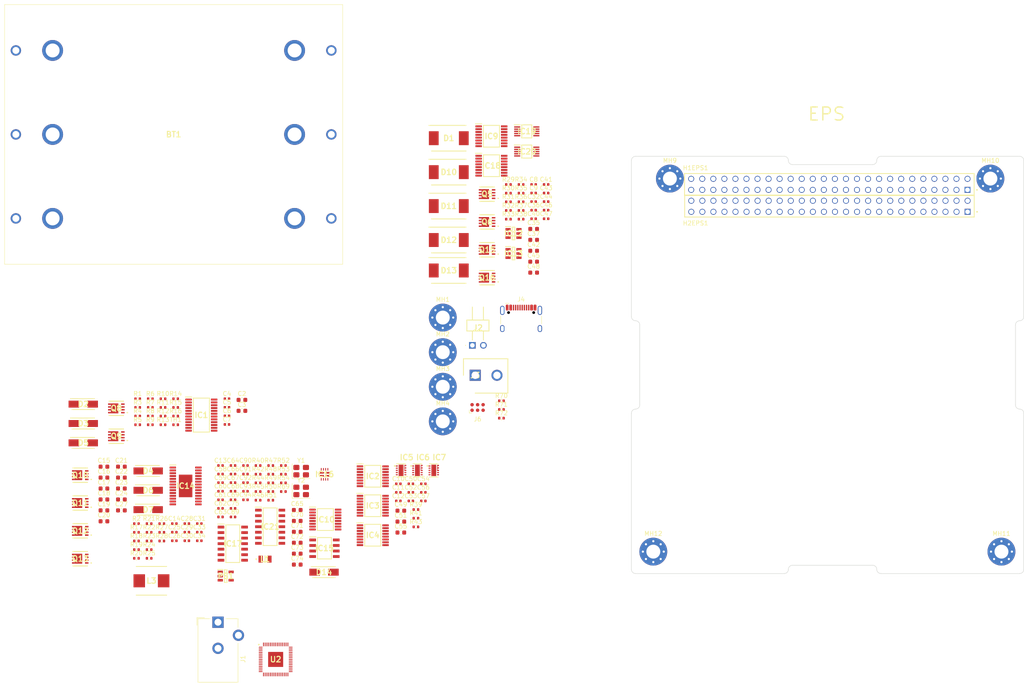
<source format=kicad_pcb>
(kicad_pcb (version 20241229) (generator "pcbnew") (generator_version "9.0")
  (title_block (title "HEDGE 2") (date "2025-06-29") (rev "V0.8") (company "University of Virginia") (comment 1 "Department of Mechanical and Aerospace Engineering"))
  (layers (0 "F.Cu" mixed) (4 "In1.Cu" mixed) (6 "In2.Cu" mixed) (2 "B.Cu" mixed) (13 "F.Paste" user) (15 "B.Paste" user) (5 "F.SilkS" user "F.Silkscreen") (7 "B.SilkS" user "B.Silkscreen") (1 "F.Mask" user) (3 "B.Mask" user) (25 "Edge.Cuts" user))
  (net 0 "")
  (net 1 "GND")
  (net 52 "Net-(IC1-VDD)")
  (net 53 "+BATT")
  (net 54 "Net-(IC1-AVDD)")
  (net 55 "Net-(IC1-VC2)")
  (net 56 "Net-(IC1-VC3)")
  (net 57 "Net-(IC1-VC1)")
  (net 59 "Net-(IC1-VC0)")
  (net 60 "+3V3")
  (net 61 "Net-(IC14-VIN)")
  (net 62 "+BUCK_BOOST")
  (net 63 "+5V_BUCK_BOOST")
  (net 64 "/Power Conversion/BIAS")
  (net 65 "Net-(D4-K)")
  (net 66 "/Power Conversion/SW2")
  (net 67 "/Power Conversion/VCC")
  (net 68 "/Power Conversion/SW1")
  (net 69 "Net-(D7-K)")
  (net 70 "Net-(IC14-CS)")
  (net 71 "Net-(IC14-CSG)")
  (net 72 "Net-(IC14-SS)")
  (net 73 "Net-(IC14-COMP)")
  (net 74 "Net-(C31-Pad2)")
  (net 75 "-BATT_IN")
  (net 76 "Net-(IC14-SLOPE)")
  (net 77 "Net-(IC12-VCAP)")
  (net 78 "-BENCH_IN")
  (net 79 "Net-(IC13-VCAP)")
  (net 80 "+BATT_INT")
  (net 81 "Net-(IC19-TIMER)")
  (net 82 "Net-(IC20-TIMER)")
  (net 83 "+BATT_IN")
  (net 84 "+5V_OBC_IN")
  (net 85 "Net-(IC5-CT)")
  (net 86 "Net-(IC6-CT)")
  (net 87 "+COMMS_IN")
  (net 88 "Net-(IC7-CT)")
  (net 89 "+SCI_IN")
  (net 90 "3V3")
  (net 91 "1V1")
  (net 92 "Net-(U2-XIN)")
  (net 93 "Net-(C69-Pad2)")
  (net 94 "Net-(U2-VREG_AVDD)")
  (net 95 "-EPS_5V")
  (net 96 "Net-(IC16-SS)")
  (net 97 "Net-(C89-Pad1)")
  (net 98 "Net-(IC21-OSC2)")
  (net 99 "Net-(IC21-OSC1)")
  (net 100 "Net-(D2-K)")
  (net 101 "Net-(D2-A)")
  (net 102 "Net-(D3-A)")
  (net 103 "Net-(D3-K)")
  (net 104 "Net-(D5-A)")
  (net 105 "Net-(D6-K)")
  (net 106 "Net-(D10-A)")
  (net 107 "Net-(D12-A)")
  (net 108 "Net-(D14-A)")
  (net 109 "Net-(IC1-DSG)")
  (net 112 "Net-(IC1-PRES)")
  (net 113 "Net-(IC1-CHG)")
  (net 114 "Net-(IC1-OCDP)")
  (net 115 "Net-(IC1-TS)")
  (net 117 "Net-(IC1-LD)")
  (net 118 "Net-(IC1-VTB)")
  (net 120 "-5V_OBC_IN")
  (net 121 "SCL")
  (net 123 "SDA")
  (net 124 "-COMMS_IN")
  (net 129 "-SCI_IN")
  (net 131 "Net-(IC5-PG)")
  (net 132 "OBC_EN")
  (net 133 "Net-(IC6-PG)")
  (net 134 "COMMS_EN")
  (net 136 "Net-(IC7-PG)")
  (net 137 "SCI_EN")
  (net 140 "+BENCH_IN")
  (net 142 "+EPS_5V")
  (net 145 "Net-(IC12-GATE)")
  (net 146 "Net-(IC13-GATE)")
  (net 147 "/Power Conversion/FB")
  (net 148 "/Power Conversion/LDRV2")
  (net 149 "Net-(IC14-EN{slash}UVLO)")
  (net 150 "Net-(IC14-MODE)")
  (net 151 "Net-(IC14-PGOOD)")
  (net 152 "/Power Conversion/LDRV1")
  (net 153 "Net-(IC14-RT)")
  (net 154 "/Power Conversion/HDRV1")
  (net 155 "Net-(IC14-VISNS)")
  (net 156 "/Power Conversion/HDRV2")
  (net 157 "/PAY1_B")
  (net 158 "/Control/PAY1_DE")
  (net 159 "/Control/PAY1_RO")
  (net 160 "/Control/PAY1_DI")
  (net 161 "/Control/PAY1_RE")
  (net 162 "/PAY1_A")
  (net 163 "Net-(IC16-ILIM)")
  (net 164 "Net-(IC16-OV2)")
  (net 165 "USB_5V")
  (net 166 "/Control/OV1")
  (net 167 "/CANH1")
  (net 169 "/CANL1")
  (net 170 "/Control/TXCAN")
  (net 172 "/Control/RXCAN")
  (net 178 "Net-(IC19-SENSE)")
  (net 179 "/Power Input/GATE1")
  (net 180 "Net-(IC19-OVP)")
  (net 181 "BOUNCEBATT")
  (net 182 "STATUS1")
  (net 183 "Net-(IC19-UVLO)")
  (net 184 "Net-(IC20-OVP)")
  (net 185 "/Power Input/GATE2")
  (net 186 "BATTEN")
  (net 187 "Net-(IC20-UVLO)")
  (net 188 "Net-(IC20-SENSE)")
  (net 189 "STATUS2")
  (net 190 "/Control/SCK")
  (net 192 "/Control/CAN_CS")
  (net 193 "/Control/MOSI")
  (net 195 "/Control/CAN_INT")
  (net 196 "/Control/MISO")
  (net 198 "/RBF_INHIBIT")
  (net 200 "Net-(J4-CC1)")
  (net 202 "/USB_D-")
  (net 203 "Net-(J4-CC2)")
  (net 204 "/USB_D+")
  (net 205 "/SWDIO")
  (net 207 "SWCLK")
  (net 209 "Net-(U2-VREG_LX)")
  (net 212 "Net-(Q8-G)")
  (net 213 "/Power Conversion/RCS")
  (net 214 "Net-(U2-USB_DP)")
  (net 215 "Net-(U2-USB_DM)")
  (net 216 "Net-(U2-XOUT)")
  (net 217 "Net-(U2-GPIO1)")
  (net 218 "Net-(U2-GPIO2)")
  (net 219 "Net-(U2-RUN)")
  (net 221 "/UART_B_TX")
  (net 222 "/UART_F_TX")
  (net 223 "/CAN_A_H")
  (net 224 "/UART_C_TX")
  (net 225 "/ENA_PWR_4")
  (net 226 "/CAN_B_H")
  (net 227 "/5V_PERM")
  (net 228 "/UART_E_TX")
  (net 229 "/ENA_PWR_1")
  (net 230 "/UART_B_RX")
  (net 231 "/CAN_B_L")
  (net 232 "/PWR_1")
  (net 233 "/ENA_PWR_2")
  (net 234 "/UART_C_RX")
  (net 235 "/PWR_2")
  (net 236 "/ENA_PWR_3")
  (net 237 "/PWR_3")
  (net 238 "/UART_E_RX")
  (net 239 "/CAN_A_L")
  (net 240 "/UART_F_RX")
  (net 241 "/UART_A_TX")
  (net 242 "/PWR_4")
  (net 243 "/UART_D_RX")
  (net 244 "/UART_A_RX")
  (net 245 "/UART_D_TX")
  (net 246 "/ENA_PWR_8")
  (net 247 "/DS_A")
  (net 248 "/CHARGE")
  (net 249 "/PWR_6")
  (net 250 "/DS_C")
  (net 251 "/BATT")
  (net 252 "/RBF_A")
  (net 253 "/DS_B")
  (net 254 "/RBF_B")
  (net 255 "/PWR_7")
  (net 256 "/RBF_C")
  (net 257 "/ENA_PWR_5")
  (net 258 "/ENA_PWR_7")
  (net 259 "/PWR_5")
  (net 260 "/ENA_PWR_6")
  (net 261 "/PWR_8")
  (net 268 "COMM_EN")
  (net 270 "SWD")
  (footprint "HEDGE2:LM5176PWPR" (layer "F.Cu") (at 73.905 167.08)
    (property "Reference" "IC14")
    (property "Value" "LM5176PWPR" (hide yes))
  )
  (footprint "Capacitor_SMD:C_0402_1005Metric" (layer "F.Cu") (at 128.54 168.56)
    (property "Reference" "C56")
    (property "Value" "220p")
  )
  (footprint "Resistor_SMD:R_0402_1005Metric" (layer "F.Cu") (at 68.43 177.74)
    (property "Reference" "R27")
    (property "Value" "23k2")
  )
  (footprint "HEDGE2:PH1RA02UA" (layer "F.Cu") (at 139.805 134.765)
    (property "Reference" "J2")
    (property "Value" "PH1RA-02-UA" (hide yes))
  )
  (footprint "Resistor_SMD:R_0402_1005Metric" (layer "F.Cu") (at 65.8 149.04)
    (property "Reference" "R7")
    (property "Value" "10m")
  )
  (footprint "HEDGE2:BSZ067N06LS3G" (layer "F.Cu") (at 143.185 119.215)
    (property "Reference" "Q16")
    (property "Value" "BSZ067N06LS3_G" (hide yes))
  )
  (footprint "HEDGE2:WJ126V-5.0-2P" (layer "F.Cu") (at 140.46 141.65)
    (property "Reference" "J3")
    (property "Value" "WJ126V-5.0-2P" (hide yes))
  )
  (footprint "Resistor_SMD:R_0402_1005Metric" (layer "F.Cu") (at 148.09 99.8)
    (property "Reference" "R30")
    (property "Value" "100k")
  )
  (footprint "Resistor_SMD:R_0402_1005Metric" (layer "F.Cu") (at 65.8 151.03)
    (property "Reference" "R8")
    (property "Value" "4k5")
  )
  (footprint "HEDGE2:INA260AIPWR" (layer "F.Cu") (at 116.915 171.63)
    (property "Reference" "IC3")
    (property "Value" "INA260AIPWR" (hide yes))
  )
  (footprint "Resistor_SMD:R_0402_1005Metric" (layer "F.Cu") (at 62.61 175.75)
    (property "Reference" "R2")
    (property "Value" "9m")
  )
  (footprint "Resistor_SMD:R_0402_1005Metric" (layer "F.Cu") (at 62.89 153.02)
    (property "Reference" "R5")
    (property "Value" "1k")
  )
  (footprint "Resistor_SMD:R_0402_1005Metric" (layer "F.Cu") (at 65.52 179.73)
    (property "Reference" "R23")
    (property "Value" "10k")
  )
  (footprint "HEDGE2:BSZ067N06LS3G" (layer "F.Cu") (at 143.185 106.415)
    (property "Reference" "Q6")
    (property "Value" "BSZ067N06LS3_G" (hide yes))
  )
  (footprint "Resistor_SMD:R_0402_1005Metric" (layer "F.Cu") (at 90.56 162.4)
    (property "Reference" "R40")
    (property "Value" "27")
  )
  (footprint "Capacitor_SMD:C_0603_1608Metric" (layer "F.Cu") (at 99.56 175.12)
    (property "Reference" "C70")
    (property "Value" "4u7")
  )
  (footprint "HEDGE2:BSZ067N06LS3G" (layer "F.Cu") (at 143.185 100.015)
    (property "Reference" "Q5")
    (property "Value" "BSZ067N06LS3_G" (hide yes))
  )
  (footprint "HEDGE2:BSZ067N06LS3G" (layer "F.Cu") (at 57.985 149.255)
    (property "Reference" "Q8")
    (property "Value" "BSZ067N06LS3_G" (hide yes))
  )
  (footprint "Connector_BarrelJack:BarrelJack_CUI_PJ-102AH_Horizontal" (layer "F.Cu") (at 81.35 198.4)
    (property "Reference" "J1")
    (property "Value" "Barrel_Jack_Switch")
  )
  (footprint "HEDGE2:BSZ067N06LS3G" (layer "F.Cu") (at 49.685 164.605)
    (property "Reference" "Q10")
    (property "Value" "BSZ067N06LS3_G" (hide yes))
  )
  (footprint "Capacitor_SMD:C_0402_1005Metric" (layer "F.Cu") (at 84.8 166.33)
    (property "Reference" "C67")
    (property "Value" "100n")
  )
  (footprint "Capacitor_SMD:C_0603_1608Metric" (layer "F.Cu") (at 59.15 172.7)
    (property "Reference" "C27")
    (property "Value" "1u")
  )
  (footprint "Capacitor_SMD:C_0603_1608Metric" (layer "F.Cu") (at 153.89 115.55)
    (property "Reference" "C45")
    (property "Value" "22u")
  )
  (footprint "Resistor_SMD:R_0402_1005Metric" (layer "F.Cu") (at 148.09 101.79)
    (property "Reference" "R31")
    (property "Value" "200k")
  )
  (footprint "MountingHole:MountingHole_3.2mm_M3_Pad_Via" (layer "F.Cu") (at 185.2 96.45)
    (property "Reference" "MH9")
    (property "Value" "MountingHole_Pad" (hide yes))
  )
  (footprint "MountingHole:MountingHole_3.2mm_M3_Pad_Via" (layer "F.Cu") (at 133.01 152.24)
    (property "Reference" "MH4")
    (property "Value" "MountingHole_Pad")
  )
  (footprint "Resistor_SMD:R_0402_1005Metric" (layer "F.Cu") (at 93.47 170.36)
    (property "Reference" "R51")
    (property "Value" "4k7")
  )
  (footprint "Capacitor_SMD:C_0603_1608Metric" (layer "F.Cu") (at 99.56 177.63)
    (property "Reference" "C71")
    (property "Value" "4u7")
  )
  (footprint "Capacitor_SMD:C_0402_1005Metric" (layer "F.Cu") (at 83.41 147.04)
    (property "Reference" "C4")
    (property "Value" "100n")
  )
  (footprint "HEDGE2:BSZ067N06LS3G" (layer "F.Cu") (at 57.985 155.655)
    (property "Reference" "Q9")
    (property "Value" "BSZ067N06LS3_G" (hide yes))
  )
  (footprint "Capacitor_SMD:C_0402_1005Metric" (layer "F.Cu") (at 74.19 175.74)
    (property "Reference" "C28")
    (property "Value" "100n")
  )
  (footprint "Capacitor_SMD:C_0402_1005Metric" (layer "F.Cu") (at 153.89 103.71)
    (property "Reference" "C36")
    (property "Value" "100n")
  )
  (footprint "Capacitor_SMD:C_0603_1608Metric" (layer "F.Cu") (at 123.37 172.77)
    (property "Reference" "C49")
    (property "Value" "1u")
  )
  (footprint "Resistor_SMD:R_0402_1005Metric" (layer "F.Cu") (at 62.61 179.73)
    (property "Reference" "R18")
    (property "Value" "249k")
  )
  (footprint "Capacitor_SMD:C_0402_1005Metric" (layer "F.Cu") (at 87.67 164.36)
    (property "Reference" "C91")
    (property "Value" "100n")
  )
  (footprint "Resistor_SMD:R_0402_1005Metric" (layer "F.Cu") (at 90.56 170.36)
    (property "Reference" "R46")
    (property "Value" "23k7")
  )
  (footprint "Capacitor_SMD:C_0402_1005Metric" (layer "F.Cu") (at 122.8 168.56)
    (property "Reference" "C11")
    (property "Value" "100n")
  )
  (footprint "Capacitor_SMD:C_0402_1005Metric" (layer "F.Cu") (at 122.8 170.53)
    (property "Reference" "C12")
    (property "Value" "100n")
  )
  (footprint "Resistor_SMD:R_0402_1005Metric" (layer "F.Cu") (at 96.38 162.4)
    (property "Reference" "R52")
    (property "Value" "4k7")
  )
  (footprint "Capacitor_SMD:C_0402_1005Metric" (layer "F.Cu") (at 156.76 105.68)
    (property "Reference" "C47")
    (property "Value" "100n")
  )
  (footprint "Capacitor_SMD:C_0603_1608Metric" (layer "F.Cu") (at 59.15 165.17)
    (property "Reference" "C22")
    (property "Value" "22u")
  )
  (footprint "MountingHole:MountingHole_3.2mm_M3_Pad_Via" (layer "F.Cu") (at 258.86 96.45)
    (property "Reference" "MH10")
    (property "Value" "MountingHole_Pad" (hide yes))
  )
  (footprint "Resistor_SMD:R_0402_1005Metric" (layer "F.Cu") (at 126.83 172.51)
    (property "Reference" "R39")
    (property "Value" "10k")
  )
  (footprint "Resistor_SMD:R_0402_1005Metric" (layer "F.Cu") (at 93.47 168.37)
    (property "Reference" "R50")
    (property "Value" "51k1")
  )
  (footprint "MountingHole:MountingHole_3.2mm_M3_Pad_Via" (layer "F.Cu") (at 133.01 144.29)
    (property "Reference" "MH3")
    (property "Value" "MountingHole_Pad")
  )
  (footprint "HEDGE2:TCAN1046AVDRQ1" (layer "F.Cu") (at 84.745 180.345)
    (property "Reference" "IC17")
    (property "Value" "TCAN1046AVDRQ1" (hide yes))
  )
  (footprint "MountingHole:MountingHole_3.2mm_M3_Pad_Via" (layer "F.Cu") (at 181.39 182.18)
    (property "Reference" "MH12")
    (property "Value" "MountingHole_Pad" (hide yes))
  )
  (footprint "HEDGE2:CDBA240LL-HF" (layer "F.Cu") (at 65.305 163.63)
    (property "Reference" "D4")
    (property "Value" "40V 2A" (hide yes))
  )
  (footprint "Capacitor_SMD:C_0402_1005Metric" (layer "F.Cu") (at 156.76 101.74)
    (property "Reference" "C44")
    (property "Value" "100n")
  )
  (footprint "Capacitor_SMD:C_0402_1005Metric" (layer "F.Cu") (at 83.41 150.98)
    (property "Reference" "C6")
    (property "Value" "100n")
  )
  (footprint "Resistor_SMD:R_0402_1005Metric" (layer "F.Cu") (at 96.38 168.37)
    (property "Reference" "R69")
    (property "Value" "60")
  )
  (footprint "Resistor_SMD:R_0402_1005Metric" (layer "F.Cu") (at 71.62 147.05)
    (property "Reference" "R14")
    (property "Value" "100k")
  )
  (footprint "HEDGE2:INA260AIPWR" (layer "F.Cu") (at 144.185 86.715)
    (property "Reference" "IC9")
    (property "Value" "INA260AIPWR" (hide yes))
  )
  (footprint "Capacitor_SMD:C_0402_1005Metric" (layer "F.Cu") (at 84.8 164.36)
    (property "Reference" "C66")
    (property "Value" "100n")
  )
  (footprint "Capacitor_SMD:C_0603_1608Metric" (layer "F.Cu") (at 55.14 175.21)
    (property "Reference" "C20")
    (property "Value" "22u")
  )
  (footprint "Capacitor_SMD:C_0603_1608Metric" (layer "F.Cu") (at 86.85 147.31)
    (property "Reference" "C2")
    (property "Value" "1u")
  )
  (footprint "Capacitor_SMD:C_0603_1608Metric" (layer "F.Cu") (at 123.37 175.28)
    (property "Reference" "C51")
    (property "Value" "1u")
  )
  (footprint "HEDGE2:INA260AIPWR" (layer "F.Cu") (at 106.015 174.805)
    (property "Reference" "IC10")
    (property "Value" "INA260AIPWR" (hide yes))
  )
  (footprint "Capacitor_SMD:C_0402_1005Metric" (layer "F.Cu") (at 153.89 99.77)
    (property "Reference" "C9")
    (property "Value" "100n")
  )
  (footprint "Capacitor_SMD:C_0402_1005Metric" (layer "F.Cu") (at 153.89 105.68)
    (property "Reference" "C40")
    (property "Value" "22n")
  )
  (footprint "Capacitor_SMD:C_0402_1005Metric" (layer "F.Cu") (at 77.06 175.74)
    (property "Reference" "C31")
    (property "Value" "15n")
  )
  (footprint "Capacitor_SMD:C_0402_1005Metric" (layer "F.Cu") (at 125.67 170.53)
    (property "Reference" "C53")
    (property "Value" "220p")
  )
  (footprint "Capacitor_SMD:C_0603_1608Metric" (layer "F.Cu") (at 123.37 177.79)
    (property "Reference" "C55")
    (property "Value" "1u")
  )
  (footprint "Resistor_SMD:R_0402_1005Metric" (layer "F.Cu") (at 126.83 176.49)
    (property "Reference" "R43")
    (property "Value" "10k")
  )
  (footprint "Resistor_SMD:R_0402_1005Metric" (layer "F.Cu") (at 146.49 151.5)
    (property "Reference" "R72")
    (property "Value" "4k7")
  )
  (footprint "MountingHole:MountingHole_3.2mm_M3_Pad_Via" (layer "F.Cu") (at 261.4 182.18)
    (property "Reference" "MH11")
    (property "Value" "MountingHole_Pad" (hide yes))
  )
  (footprint "HEDGE2:LM74700QDBVRQ1" (layer "F.Cu") (at 149.26 109.065)
    (property "Reference" "IC12")
    (property "Value" "LM74700QDBVRQ1" (hide yes))
  )
  (footprint "Capacitor_SMD:C_0603_1608Metric" (layer "F.Cu") (at 153.89 118.06)
    (property "Reference" "C48")
    (property "Value" "22u")
  )
  (footprint "Resistor_SMD:R_0402_1005Metric" (layer "F.Cu") (at 62.89 149.04)
    (property "Reference" "R3")
    (property "Value" "1k")
  )
  (footprint "Capacitor_SMD:C_0603_1608Metric" (layer "F.Cu") (at 59.15 162.66)
    (property "Reference" "C21")
    (property "Value" "22u")
  )
  (footprint "Resistor_SMD:R_0402_1005Metric" (layer "F.Cu") (at 93.47 166.38)
    (property "Reference" "R49")
    (property "Value" "5k")
  )
  (footprint "HEDGE2:SMCJ36A" (layer "F.Cu") (at 134.385 102.765)
    (property "Reference" "D11")
    (property "Value" "SMCJ36A" (hide yes))
  )
  (footprint "Capacitor_SMD:C_0402_1005Metric" (layer "F.Cu") (at 81.93 164.36)
    (property "Reference" "C58")
    (property "Value" "100n")
  )
  (footprint "Resistor_SMD:R_0402_1005Metric" (layer "F.Cu") (at 65.8 147.05)
    (property "Reference" "R6")
    (property "Value" "1k")
  )
  (footprint "Capacitor_SMD:C_0402_1005Metric" (layer "F.Cu") (at 81.93 170.27)
    (property "Reference" "C61")
    (property "Value" "100n")
  )
  (footprint "Resistor_SMD:R_0402_1005Metric" (layer "F.Cu") (at 68.71 147.05)
    (property "Reference" "R10")
    (property "Value" "1M")
  )
  (footprint "HEDGE2:TPS22990DMLR" (layer "F.Cu") (at 130.93909 163.505)
    (property "Reference" "IC7")
    (property "Value" "TPS22990DMLR" (hide yes))
  )
  (footprint "Capacitor_SMD:C_0402_1005Metric" (layer "F.Cu") (at 83.41 149.01)
    (property "Reference" "C5")
    (property "Value" "100n")
  )
  (footprint "Resistor_SMD:R_0402_1005Metric" (layer "F.Cu") (at 68.71 149.04)
    (property "Reference" "R11")
    (property "Value" "1M")
  )
  (footprint "Capacitor_SMD:C_0402_1005Metric" (layer "F.Cu") (at 128.54 170.53)
    (property "Reference" "C57")
    (property "Value" "100n")
  )
  (footprint "Capacitor_SMD:C_0402_1005Metric" (layer "F.Cu") (at 81.93 168.3)
    (property "Reference" "C60")
    (property "Value" "100n")
  )
  (footprint "HEDGE2:RP2354A" (layer "F.Cu") (at 94.6 206.95)
    (property "Reference" "U2")
    (property "Value" "RP2354A_60QFN" (hide yes))
  )
  (footprint "Capacitor_SMD:C_0402_1005Metric" (layer "F.Cu") (at 81.93 172.24)
    (property "Reference" "C62")
    (property "Value" "100n")
  )
  (footprint "HEDGE2:AOTAB201610S3R3101T" (layer "F.Cu") (at 92.155 183.905)
    (property "Reference" "L1")
    (property "Value" "3u3 AOTA-B201610S3R3-101-T" (hide yes))
  )
  (footprint "Connector_USB:USB_C_Receptacle_HCTL_HC-TYPE-C-16P-01A" (layer "F.Cu") (at 151.01 129.84)
    (property "Reference" "J4")
    (property "Value" "USB_C_Receptacle_USB2.0_16P")
  )
  (footprint "HEDGE2:CDBA240LL-HF" (layer "F.Cu") (at 50.385 157.18)
    (property "Reference" "D5")
    (property "Value" "CDBA240LL-HF, 40V 2A" (hide yes))
  )
  (footprint "Capacitor_SMD:C_0402_1005Metric" (layer "F.Cu") (at 156.76 103.71)
    (property "Reference" "C46")
    (property "Value" "100n")
  )
  (footprint "Resistor_SMD:R_0402_1005Metric" (layer "F.Cu") (at 62.89 147.05)
    (property "Reference" "R1")
    (property "Value" "1k")
  )
  (footprint "Capacitor_SMD:C_0402_1005Metric" (layer "F.Cu") (at 71.32 177.71)
    (property "Reference" "C25")
    (property "Value" "100n")
  )
  (footprint "Resistor_SMD:R_0402_1005Metric" (layer "F.Cu") (at 71.62 149.04)
    (property "Reference" "R15")
    (property "Value" "10k")
  )
  (footprint "Capacitor_SMD:C_0603_1608Metric" (layer "F.Cu") (at 55.14 162.66)
    (property "Reference" "C15")
    (property "Value" "33u")
  )
  (footprint "Capacitor_SMD:C_0402_1005Metric" (layer "F.Cu") (at 87.67 162.39)
    (property "Reference" "C90")
    (property "Value" "100n")
  )
  (footprint "Capacitor_SMD:C_0402_1005Metric" (layer "F.Cu") (at 77.06 179.68)
    (property "Reference" "C34")
    (property "Value" "100p")
  )
  (footprint "Capacitor_SMD:C_0603_1608Metric" (layer "F.Cu") (at 55.14 165.17)
    (property "Reference" "C16")
    (property "Value" "33u")
  )
  (footprint "HEDGE2:LM74700QDBVRQ1" (layer "F.Cu") (at 149.26 113.665)
    (property "Reference" "IC13")
    (property "Value" "LM74700QDBVRQ1" (hide yes))
  )
  (footprint "HEDGE2:INA260AIPWR" (layer "F.Cu") (at 144.185 93.49)
    (property "Reference" "IC18")
    (property "Value" "INA260AIPWR" (hide yes))
  )
  (footprint "Capacitor_SMD:C_0402_1005Metric" (layer "F.Cu") (at 87.67 170.27)
    (property "Reference" "C94")
    (property "Value" "15p")
  )
  (footprint "HEDGE2:SMCJ36A" (layer "F.Cu") (at 134.385 117.565)
    (property "Reference" "D13")
    (property "Value" "SMCJ36A" (hide yes))
  )
  (footprint "HEDGE2:SMCJ36A" (layer "F.Cu") (at 134.385 110.565)
    (property "Reference" "D12")
    (property "Value" "SMCJ36A" (hide yes))
  )
  (footprint "Capacitor_SMD:C_0603_1608Metric" (layer "F.Cu") (at 55.14 167.68)
    (property "Reference" "C17")
    (property "Value" "33u")
  )
  (footprint "Capacitor_SMD:C_0402_1005Metric" (layer "F.Cu") (at 84.8 168.3)
    (property "Reference" "C68")
    (property "Value" "15p")
  )
  (footprint "Capacitor_SMD:C_0603_1608Metric" (layer "F.Cu") (at 99.56 182.65)
    (property "Reference" "C73")
    (property "Value" "1u")
  )
  (footprint "HEDGE2:LM5060Q1MM_NOPB" (layer "F.Cu") (at 152.31 90.24)
    (property "Reference" "IC20")
    (property "Value" "LM5060Q1MM_NOPB" (hide yes))
  )
  (footprint "Resistor_SMD:R_0402_1005Metric" (layer "F.Cu") (at 62.61 183.71)
    (property "Reference" "R20")
    (property "Value" "2k")
  )
  (footprint "Capacitor_SMD:C_0402_1005Metric" (layer "F.Cu") (at 84.8 174.21)
    (property "Reference" "C89")
    (property "Value" "100n")
  )
  (footprint "Resistor_SMD:R_0402_1005Metric" (layer "F.Cu") (at 90.56 164.39)
    (property "Reference" "R42")
    (property "Value" "27")
  )
  (footprint "Resistor_SMD:R_0402_1005Metric" (layer "F.Cu") (at 65.8 153.02)
    (property "Reference" "R9")
    (property "Value" "1M")
  )
  (footprint "HEDGE2:LM5060Q1MM_NOPB" (layer "F.Cu") (at 152.31 85.59)
    (property "Reference" "IC19")
    (property "Value" "LM5060Q1MM_NOPB" (hide yes))
  )
  (footprint "HEDGE2:BQ7791501PWR" (layer "F.Cu") (at 77.525 150.805)
    (property "Reference" "IC1")
    (property "Value" "BQ7791514PWR" (hide yes))
  )
  (footprint "HEDGE2:TPS22990DMLR" (layer "F.Cu") (at 123.42303 163.505)
    (property "Reference" "IC5")
    (property "Value" "TPS22990DMLR" (hide yes))
  )
  (footprint "Capacitor_SMD:C_0402_1005Metric" (layer "F.Cu") (at 156.76 99.77)
    (property "Reference" "C43")
    (property "Value" "100n")
  )
  (footprint "Capacitor_SMD:C_0603_1608Metric" (layer "F.Cu") (at 55.14 172.7)
    (property "Reference" "C19")
    (property "Value" "10u")
  )
  (footprint "HEDGE2:BSZ067N06LS3G" (layer "F.Cu") (at 49.685 177.405)
    (property "Reference" "Q12")
    (property "Value" "BSZ067N06LS3_G" (hide yes))
  )
  (footprint "Resistor_SMD:R_0402_1005Metric" (layer "F.Cu") (at 151 97.81)
    (property "Reference" "R34")
    (property "Value" "200k")
  )
  (footprint "HEDGE2:TLV75733PDBVR" (layer "F.Cu") (at 83.12 187.795)
    (property "Reference" "PS1")
    (property "Value" "TLV75733PDBVR" (hide yes))
  )
  (footprint "Resistor_SMD:R_0402_1005Metric" (layer "F.Cu") (at 71.62 151.03)
    (property "Reference" "R16")
    (property "Value" "10k")
  )
  (footprint "HEDGE2:SAMTEC_ESQ-126-39-G-D" (layer "F.Cu") (at 253.6 99.04)
    (property "Reference" "H1EPS1")
    (property "Value" "Conn_02x26_Odd_Even")
  )
  (footprint "HEDGE2:SMCJ36A" (layer "F.Cu") (at 134.385 87.165)
    (property "Reference" "D1")
    (property "Value" "SMCJ36A" (hide yes))
  )
  (footprint "Capacitor_SMD:C_0603_1608Metric" (layer "F.Cu") (at 99.56 180.14)
    (property "Reference" "C72")
    (property "Value" "4u7")
  )
  (footprint "HEDGE2:BK18650PC6" (layer "F.Cu") (at 71.15 86.3)
    (property "Reference" "BT1")
    (property "Value" "BK-18650-PC6" (hide yes))
  )
  (footprint "HEDGE2:SN65HVD1782QDRQ1" (layer "F.Cu") (at 105.815 181.4)
    (property "Reference" "IC15")
    (property "Value" "SN65HVD1782QDRQ1" (hide yes))
  )
  (footprint "Capacitor_SMD:C_0402_1005Metric" (layer "F.Cu") (at 71.32 175.74)
    (property "Reference" "C14")
    (property "Value" "100n")
  )
  (footprint "Resistor_SMD:R_0402_1005Metric" (layer "F.Cu") (at 68.43 179.73)
    (property "Reference" "R28")
    (property "Value" "7k5")
  )
  (footprint "Capacitor_SMD:C_0402_1005Metric" (layer "F.Cu") (at 81.93 162.39)
    (property "Reference" "C13")
    (property "Value" "100n")
  )
  (footprint "Capacitor_SMD:C_0603_1608Metric" (layer "F.Cu") (at 55.14 170.19)
    (property "Reference" "C18")
    (property "Value" "10u")
  )
  (footprint "Resistor_SMD:R_0402_1005Metric" (layer "F.Cu") (at 148.09 103.78)
    (property "Reference" "R32")
    (property "Value" "38k3")
  )
  (footprint "Capacitor_SMD:C_0402_1005Metric" (layer "F.Cu") (at 125.67 168.56)
    (property "Reference" "C52")
    (property "Value" "220p")
  )
  (footprint "Resistor_SMD:R_0402_1005Metric" (layer "F.Cu") (at 71.62 153.02)
    (property "Reference" "TH1")
    (property "Value" "10k")
  )
  (footprint "MountingHole:MountingHole_3.2mm_M3_Pad_Via" (layer "F.Cu") (at 133.01 136.34)
    (property "Reference" "MH2")
    (property "Value" "MountingHole_Pad")
  )
  (footprint "Resistor_SMD:R_0402_1005Metric" (layer "F.Cu") (at 146.49 149.51)
    (property "Reference" "R71")
    (property "Value" "5k1")
  )
  (footprint "Resistor_SMD:R_0402_1005Metric" (layer "F.Cu") (at 62.61 177.74)
    (property "Reference" "R17")
    (property "Value" "10")
  )
  (footprint "Capacitor_SMD:C_0402_1005Metric" (layer "F.Cu") (at 128.54 166.59)
    (property "Reference" "C54")
    (property "Value" "100n")
  )
  (footprint "Resistor_SMD:R_0402_1005Metric" (layer "F.Cu") (at 68.71 151.03)
    (property "Reference" "R12")
    (property "Value" "3M3")
  )
  (footprint "Capacitor_SMD:C_0402_1005Metric" (layer "F.Cu") (at 153.89 101.74)
    (property "Reference" "C32")
    (property "Value" "22n")
  )
  (footprint "Capacitor_SMD:C_0402_1005Metric" (layer "F.Cu") (at 84.8 170.27)
    (property "Reference" "C69")
    (property "Value" "15p")
  )
  (footprint "Capacitor_SMD:C_0402_1005Metric" (layer "F.Cu") (at 74.19 177.71)
    (property "Reference" "C29")
    (property "Value" "47p")
  )
  (footprint "HEDGE2:INA260AIPWR" (layer "F.Cu") (at 116.915 164.855)
    (property "Reference" "IC2")
    (property "Value" "INA260AIPWR" (hide yes))
  )
  (footprint "Resistor_SMD:R_0402_1005Metric" (layer "F.Cu") (at 90.56 166.38)
    (property "Reference" "R44")
    (property "Value" "1k")
  )
  (footprint "Resistor_SMD:R_0402_1005Metric" (layer "F.Cu") (at 148.09 97.81)
    (property "Reference" "R29")
    (property "Value" "9k09")
  )
  (footprint "HEDGE2:0630CDMCDDS-1R2MC" (layer "F.Cu") (at 66.055 188.88)
    (property "Reference" "L3")
    (property "Value" "0630CDMCDDS-1R2MC" (hide yes))
  )
  (footprint "HEDGE2:MCP2517FD-H_SL" (layer "F.Cu") (at 93.33 176.455)
    (property "Reference" "IC21")
    (property "Value" "MCP2517FD-H_SL" (hide yes))
  )
  (footprint "HEDGE2:INA260AIPWR" (layer "F.Cu") (at 116.915 178.405)
    (property "Reference" "IC4")
    (property "Value" "INA260AIPWR" (hide yes))
  )
  (footprint "Capacitor_SMD:C_0402_1005Metric" (layer "F.Cu") (at 74.19 179.68)
    (property "Reference" "C30")
    (property "Value" "15n")
  )
  (footprint "HEDGE2:CDBA240LL-HF" (layer "F.Cu") (at 50.385 148.28)
    (property "Reference" "D2")
    (property "Value" "CDBA240LL-HF, 40V 2A" (hide yes))
  )
  (footprint "Resistor_SMD:R_0402_1005Metric" (layer "F.Cu") (at 96.38 164.39)
    (property "Reference" "R53")
    (property "Value" "10k")
  )
  (footprint "Resistor_SMD:R_0402_1005Metric" (layer "F.Cu") (at 151 101.79)
    (property "Reference" "R36")
    (property "Value" "14k")
  )
  (footprint "Resistor_SMD:R_0402_1005Metric" (layer "F.Cu") (at 65.52 177.74)
    (property "Reference" "R22")
    (property "Value" "20k")
  )
  (footprint "Capacitor_SMD:C_0402_1005Metric" (layer "F.Cu") (at 81.93 174.21)
    (property "Reference" "C63")
    (property "Value" "100n")
  )
  (footprint "HEDGE2:BSZ067N06LS3G" (layer "F.Cu") (at 49.685 171.005)
    (property "Reference" "Q11")
    (property "Value" "BSZ067N06LS3_G" (hide yes))
  )
  (footprint "Capacitor_SMD:C_0402_1005Metric" (layer "F.Cu") (at 156.76 97.8)
    (property "Reference" "C41")
    (property "Value" "100n")
  )
  (footprint "Capacitor_SMD:C_0402_1005Metric" (layer "F.Cu") (at 87.67 168.3)
    (property "Reference" "C93")
    (property "Value" "15p")
  )
  (footprint "Capacitor_SMD:C_0603_1608Metric" (layer "F.Cu") (at 153.89 110.53)
    (property "Reference" "C37")
    (property "Value" "22u")
  )
  (footprint "Capacitor_SMD:C_0603_1608Metric" (layer "F.Cu") (at 59.15 167.68)
    (property "Reference" "C23")
    (property "Value" "220u")
  )
  (footprint "Capacitor_SMD:C_0402_1005Metric" (layer "F.Cu") (at 87.67 166.33)
    (property "Reference" "C92")
    (property "Value" "100n")
  )
  (footprint "HEDGE2:SMCJ36A" (layer "F.Cu") (at 134.385 94.965)
    (property "Reference" "D10")
    (property "Value" "SMCJ36A" (hide yes))
  )
  (footprint "Resistor_SMD:R_0402_1005Metric" (layer "F.Cu") (at 65.52 183.71)
    (property "Reference" "R25")
    (property "Value" "100")
  )
  (footprint "Resistor_SMD:R_0402_1005Metric" (layer "F.Cu") (at 68.71 153.02)
    (property "Reference" "R13")
    (property "Value" "450k")
  )
  (footprint "Resistor_SMD:R_0402_1005Metric" (layer "F.Cu") (at 93.47 164.39)
    (property "Reference" "R48")
    (property "Value" "23k7")
  )
  (footprint "HEDGE2:CDBA240LL-HF" (layer "F.Cu") (at 105.715 186.9)
    (property "Reference" "D14")
    (property "Value" "CDBA240LL-HF, 40V 2A" (hide yes))
  )
  (footprint "Capacitor_SMD:C_0402_1005Metric" (layer "F.Cu") (at 125.67 166.59)
    (property "Reference" "C50")
    (property "Value" "100n")
  )
  (footprint "Capacitor_SMD:C_0402_1005Metric" (layer "F.Cu") (at 84.8 172.24)
    (property "Reference" "C75")
    (property "Value" "100n")
  )
  (footprint "MountingHole:MountingHole_3.2mm_M3_Pad_Via" (layer "F.Cu") (at 133.01 128.39)
    (property "Reference" "MH1")
    (property "Value" "MountingHole_Pad")
  )
  (footprint "Resistor_SMD:R_0402_1005Metric" (layer "F.Cu") (at 93.47 162.4)
    (property "Reference" "R47")
    (property "Value" "5k")
  )
  (footprint "Connector:Tag-Connect_TC2030-IDC-NL_2x03_P1.27mm_Vertical" (layer "F.Cu") (at 141.01 149.05)
    (property "Reference" "J6")
    (property "Value" "TagConnect_TC2030-NL")
  )
  (footprint "HEDGE2:CDBA240LL-HF" (layer "F.Cu") (at 65.305 168.08)
    (property "Reference" "D6")
    (property "Value" "CDBA240LL-HF, 40V 2A" (hide yes))
  )
  (footprint "Resistor_SMD:R_0402_1005Metric" (layer "F.Cu") (at 65.52 175.75)
    (property "Reference" "R21")
    (property "Value" "105k")
  )
  (footprint "Resistor_SMD:R_0402_1005Metric" (layer "F.Cu") (at 65.52 181.72)
    (property "Reference" "R24")
    (property "Value" "100")
  )
  (footprint "Resistor_SMD:R_0402_1005Metric" (layer "F.Cu") (at 146.49 147.52)
    (property "Reference" "R70")
    (property "Value" "5k1")
  )
  (footprint "Capacitor_SMD:C_0603_1608Metric" (layer "F.Cu") (at 59.15 170.19)
    (property "Reference" "C24")
    (property "Value" "220u")
  )
  (footprint "Capacitor_SMD:C_0402_1005Metric" (layer "F.Cu") (at 122.8 166.59)
    (property "Reference" "C10")
    (property "Value" "100n")
  )
  (footprint "HEDGE2:CDBA240LL-HF" (layer "F.Cu") (at 50.385 152.73)
    (property "Reference" "D3")
    (property "Value" "CDBA240LL-HF, 40V 2A" (hide yes))
  )
  (footprint "HEDGE2:SAMTEC_ESQ-126-39-G-D" (layer "F.Cu") (at 253.62 104.08)
    (property "Reference" "H2EPS1")
    (property "Value" "Conn_02x26_Odd_Even")
  )
  (footprint "Capacitor_SMD:C_0402_1005Metric" (layer "F.Cu") (at 81.93 166.33)
    (property "Reference" "C59")
    (property "Value" "100n")
  )
  (footprint "Resistor_SMD:R_0402_1005Metric" (layer "F.Cu") (at 126.83 174.5)
    (property "Reference" "R41")
    (property "Value" "10k")
  )
  (footprint "HEDGE2:BSZ067N06LS3G" (layer "F.Cu") (at 143.185 112.815)
    (property "Reference" "Q15")
    (property "Value" "BSZ067N06LS3_G" (hide yes))
  )
  (footprint "Capacitor_SMD:C_0402_1005Metric" (layer "F.Cu") (at 83.41 152.95)
    (property "Reference" "C7")
    (property "Value" "100n")
  )
  (footprint "HEDGE2:TPS22990DMLR" (layer "F.Cu") (at 127.18106 163.505)
    (property "Reference" "IC6")
    (property "Value" "TPS22990DMLR" (hide yes))
  )
  (footprint "Resistor_SMD:R_0402_1005Metric" (layer "F.Cu") (at 148.09 105.77)
    (property "Reference" "R33")
    (property "Value" "14k")
  )
  (footprint "HEDGE2:TPS2121RUXR" (layer "F.Cu") (at 105.835 164.405)
    (property "Reference" "IC16")
    (property "Value" "TPS2121RUXR" (hide yes))
  )
  (footprint "Resistor_SMD:R_0402_1005Metric" (layer "F.Cu") (at 90.56 168.37)
    (property "Reference" "R45")
    (property "Value" "33")
  )
  (footprint "Capacitor_SMD:C_0402_1005Metric" (layer "F.Cu") (at 153.89 97.8)
    (property "Reference" "C8")
    (property "Value" "100n")
  )
  (footprint "Capacitor_SMD:C_0603_1608Metric" (layer "F.Cu") (at 153.89 108.02)
    (property "Reference" "C35")
    (property "Value" "47u")
  )
  (footprint "Capacitor_SMD:C_0402_1005Metric" (layer "F.Cu") (at 71.32 179.68)
    (property "Reference" "C26")
    (property "Value" "100n")
  )
  (footprint "Capacitor_SMD:C_0402_1005Metric" (layer "F.Cu") (at 84.8 162.39)
    (property "Reference" "C64")
    (property "Value" "100n")
  )
  (footprint "Capacitor_SMD:C_0603_1608Metric" (layer "F.Cu") (at 99.56 185.16)
    (property "Reference" "C74")
    (property "Value" "1u")
  )
  (footprint "Capacitor_SMD:C_0603_1608Metric" (layer "F.Cu") (at 99.56 172.61)
    (property "Reference" "C65")
    (property "Value" "4u7")
  )
  (footprint "Resistor_SMD:R_0402_1005Metric" (layer "F.Cu") (at 151 99.8)
    (property "Reference" "R35")
    (property "Value" "38k3")
  )
  (footprint "HEDGE2:BSZ067N06LS3G" (layer "F.Cu") (at 49.685 183.805)
    (property "Reference" "Q13")
    (property "Value" "BSZ067N06LS3_G" (hide yes))
  )
  (footprint "Capacitor_SMD:C_0402_1005Metric" (layer "F.Cu") (at 77.06 177.71)
    (property "Reference" "C33")
    (property "Value" "180p")
  )
  (footprint "Capacitor_SMD:C_0603_1608Metric" (layer "F.Cu") (at 86.85 149.82)
    (property "Reference" "C3")
    (property "Value" "1u")
  )
  (footprint "Resistor_SMD:R_0402_1005Metric" (layer "F.Cu") (at 151 103.78)
    (property "Reference" "R37")
    (property "Value" "9k09")
  )
  (footprint "Resistor_SMD:R_0402_1005Metric" (layer "F.Cu") (at 62.61 181.72)
    (property "Reference" "R19")
    (property "Value" "71k5")
  )
  (footprint "Capacitor_SMD:C_0603_1608Metric" (layer "F.Cu") (at 153.89 113.04)
    (property "Reference" "C42")
    (property "Value" "22u")
  )
  (footprint "Resistor_SMD:R_0402_1005Metric" (layer "F.Cu") (at 62.89 151.03)
    (property "Reference" "R4")
    (property "Value" "1k")
  )
  (footprint "Crystal:Crystal_SMD_3225-4Pin_3.2x2.5mm" (layer "F.Cu") (at 100.46 163.68)
    (property "Reference" "Y1")
    (property "Value" "ABM8AIG-20MHz-12-2Z-T3")
  )
  (footprint "Resistor_SMD:R_0402_1005Metric" (layer "F.Cu") (at 68.43 175.75)
    (property "Reference" "R26")
    (property "Value" "93k1")
  )
  (footprint "Crystal:Crystal_SMD_3225-4Pin_3.2x2.5mm" (layer "F.Cu") (at 100.46 168.23)
    (property "Reference" "Y2")
    (property "Value" "ABM8-272-T3")
  )
  (footprint "HEDGE2:CDBA240LL-HF" (layer "F.Cu") (at 65.305 172.53)
    (property "Reference" "D7")
    (property "Value" "40V 2A" (hide yes))
  )
  (footprint "Resistor_SMD:R_0402_1005Metric" (layer "F.Cu") (at 96.38 166.38)
    (property "Reference" "R54")
    (property "Value" "60")
  )
  (footprint "Resistor_SMD:R_0402_1005Metric" (layer "F.Cu") (at 151 105.77)
    (property "Reference" "R38")
    (property "Value" "100k")
  )
  (gr_arc (start 211.477999 91.327699) (mid 212.151519 91.606679) (end 212.430499 92.280199) (stroke (width 0.1)) (layer "Edge.Cuts"))
  (gr_arc (start 178.267499 148.464999) (mid 177.988519 149.138519) (end 177.314999 149.417499) (stroke (width 0.1)) (layer "Edge.Cuts"))
  (gr_arc (start 177.314999 187.212699) (mid 176.641481 186.933718) (end 176.362499 186.260199) (stroke (width 0.1)) (layer "Edge.Cuts"))
  (gr_arc (start 176.362499 92.280199) (mid 176.64148 91.60668) (end 177.314999 91.327699) (stroke (width 0.1)) (layer "Edge.Cuts"))
  (gr_arc (start 266.532499 186.260199) (mid 266.253519 186.933719) (end 265.579999 187.212699) (stroke (width 0.1)) (layer "Edge.Cuts"))
  (gr_line (start 233.702999 187.212699) (end 265.579999 187.212699) (stroke (width 0.1)) (layer "Edge.Cuts"))
  (gr_line (start 176.362499 150.369999) (end 176.362499 186.260199) (stroke (width 0.1)) (layer "Edge.Cuts"))
  (gr_line (start 177.314999 187.212699) (end 211.477999 187.212699) (stroke (width 0.1)) (layer "Edge.Cuts"))
  (gr_line (start 177.314999 91.327699) (end 211.477999 91.327699) (stroke (width 0.1)) (layer "Edge.Cuts"))
  (gr_arc (start 265.579999 149.417499) (mid 266.253519 149.696479) (end 266.532499 150.369999) (stroke (width 0.1)) (layer "Edge.Cuts"))
  (gr_arc (start 212.430499 186.260199) (mid 212.70948 185.58668) (end 213.382999 185.307699) (stroke (width 0.1)) (layer "Edge.Cuts"))
  (gr_arc (start 233.702999 187.212699) (mid 233.029481 186.933718) (end 232.750499 186.260199) (stroke (width 0.1)) (layer "Edge.Cuts"))
  (gr_line (start 233.702999 91.327699) (end 265.579999 91.327699) (stroke (width 0.1)) (layer "Edge.Cuts"))
  (gr_arc (start 232.750499 92.280199) (mid 232.471519 92.953719) (end 231.797999 93.232699) (stroke (width 0.1)) (layer "Edge.Cuts"))
  (gr_line (start 178.267499 130.075399) (end 178.267499 148.464999) (stroke (width 0.1)) (layer "Edge.Cuts"))
  (gr_arc (start 176.362499 150.369999) (mid 176.64148 149.69648) (end 177.314999 149.417499) (stroke (width 0.1)) (layer "Edge.Cuts"))
  (gr_arc (start 265.579999 91.327699) (mid 266.253519 91.606679) (end 266.532499 92.280199) (stroke (width 0.1)) (layer "Edge.Cuts"))
  (gr_arc (start 265.579999 149.417499) (mid 264.906481 149.138518) (end 264.627499 148.464999) (stroke (width 0.1)) (layer "Edge.Cuts"))
  (gr_arc (start 231.797999 185.307699) (mid 232.471519 185.586679) (end 232.750499 186.260199) (stroke (width 0.1)) (layer "Edge.Cuts"))
  (gr_arc (start 213.382999 93.232699) (mid 212.709481 92.953718) (end 212.430499 92.280199) (stroke (width 0.1)) (layer "Edge.Cuts"))
  (gr_arc (start 212.430499 186.260199) (mid 212.151519 186.933719) (end 211.477999 187.212699) (stroke (width 0.1)) (layer "Edge.Cuts"))
  (gr_arc (start 232.750499 92.280199) (mid 233.02948 91.60668) (end 233.702999 91.327699) (stroke (width 0.1)) (layer "Edge.Cuts"))
  (gr_line (start 266.532499 150.369999) (end 266.532499 186.260199) (stroke (width 0.1)) (layer "Edge.Cuts"))
  (gr_line (start 266.532499 92.280199) (end 266.532499 128.170399) (stroke (width 0.1)) (layer "Edge.Cuts"))
  (gr_arc (start 266.532499 128.170399) (mid 266.253519 128.843919) (end 265.579999 129.122899) (stroke (width 0.1)) (layer "Edge.Cuts"))
  (gr_line (start 176.362499 92.280199) (end 176.362499 128.170399) (stroke (width 0.1)) (layer "Edge.Cuts"))
  (gr_arc (start 177.314999 129.122899) (mid 177.988519 129.401879) (end 178.267499 130.075399) (stroke (width 0.1)) (layer "Edge.Cuts"))
  (gr_line (start 264.627499 130.075399) (end 264.627499 148.464999) (stroke (width 0.1)) (layer "Edge.Cuts"))
  (gr_arc (start 177.314999 129.122899) (mid 176.641481 128.843918) (end 176.362499 128.170399) (stroke (width 0.1)) (layer "Edge.Cuts"))
  (gr_arc (start 264.627499 130.075399) (mid 264.90648 129.40188) (end 265.579999 129.122899) (stroke (width 0.1)) (layer "Edge.Cuts"))
  (gr_line (start 213.382999 185.307699) (end 231.797999 185.307699) (stroke (width 0.1)) (layer "Edge.Cuts"))
  (gr_line (start 213.382999 93.232699) (end 231.797999 93.232699) (stroke (width 0.1)) (layer "Edge.Cuts"))
  (gr_text "EPS" (at 216.726071 83.37 0) (layer "F.SilkS") (effects (font (size 3 3) (thickness 0.3) (bold yes)) (justify left bottom)))
)
</source>
